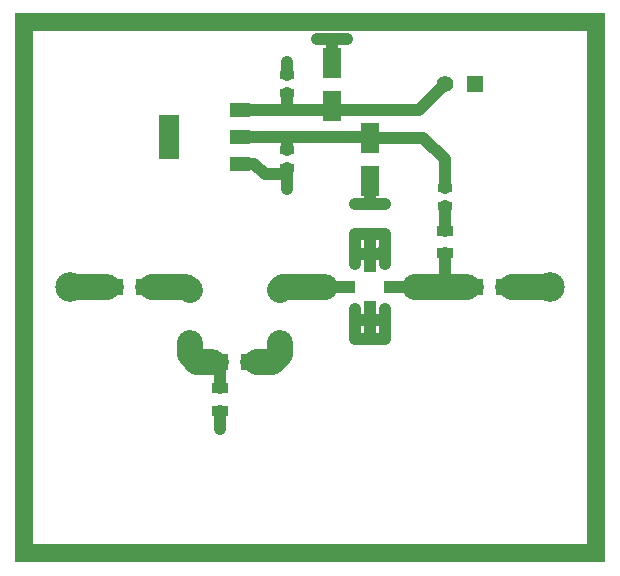
<source format=gtl>
G04 #@! TF.FileFunction,Copper,L1,Top,Signal*
%FSLAX46Y46*%
G04 Gerber Fmt 4.6, Leading zero omitted, Abs format (unit mm)*
G04 Created by KiCad (PCBNEW (2016-01-30 BZR 6528, Git 351752f)-product) date Thu 07 Jul 2016 01:24:39 AM CEST*
%MOMM*%
G01*
G04 APERTURE LIST*
%ADD10C,0.100000*%
%ADD11R,1.600200X2.600960*%
%ADD12R,1.143000X0.635000*%
%ADD13R,1.000000X1.200000*%
%ADD14R,1.397000X0.889000*%
%ADD15R,0.889000X1.397000*%
%ADD16R,1.800860X1.300480*%
%ADD17R,1.800860X3.799840*%
%ADD18C,2.500000*%
%ADD19R,1.397000X1.397000*%
%ADD20C,1.397000*%
%ADD21R,1.500000X1.500000*%
%ADD22R,2.000000X1.500000*%
%ADD23R,2.000000X1.100000*%
%ADD24R,1.100000X2.000000*%
%ADD25C,0.600000*%
%ADD26C,1.000000*%
%ADD27C,2.180000*%
%ADD28C,0.500000*%
%ADD29C,0.250000*%
G04 APERTURE END LIST*
D10*
D11*
X142875000Y-91335860D03*
X142875000Y-87734140D03*
D12*
X139065000Y-90297000D03*
X139065000Y-88773000D03*
D13*
X130810000Y-106970000D03*
X130810000Y-111470000D03*
D14*
X133350000Y-115252500D03*
X133350000Y-117157500D03*
D12*
X139065000Y-95123000D03*
X139065000Y-96647000D03*
D11*
X146050000Y-94084140D03*
X146050000Y-97685860D03*
D13*
X138430000Y-111470000D03*
X138430000Y-106970000D03*
D15*
X157162500Y-106680000D03*
X155257500Y-106680000D03*
X124777500Y-106680000D03*
X126682500Y-106680000D03*
X133667500Y-113030000D03*
X135572500Y-113030000D03*
D14*
X152400000Y-101917500D03*
X152400000Y-103822500D03*
D12*
X152400000Y-98298000D03*
X152400000Y-99822000D03*
D16*
X135079740Y-96281240D03*
X135079740Y-93980000D03*
X135079740Y-91678760D03*
D17*
X129080260Y-93980000D03*
D18*
X120650000Y-106680000D03*
X161290000Y-106680000D03*
D19*
X154940000Y-89535000D03*
D20*
X152400000Y-89535000D03*
D21*
X163750000Y-84250000D03*
X162250000Y-84250000D03*
X160750000Y-84250000D03*
X159250000Y-84250000D03*
X157750000Y-84250000D03*
X156250000Y-84250000D03*
X154750000Y-84250000D03*
X153250000Y-84250000D03*
X151750000Y-84250000D03*
X150250000Y-84250000D03*
X148750000Y-84250000D03*
X147250000Y-84250000D03*
X145750000Y-84250000D03*
X144250000Y-84250000D03*
X142750000Y-84250000D03*
X118250000Y-84250000D03*
X119750000Y-84250000D03*
X121250000Y-84250000D03*
X122750000Y-84250000D03*
X124250000Y-84250000D03*
X125750000Y-84250000D03*
X127250000Y-84250000D03*
X128750000Y-84250000D03*
X130250000Y-84250000D03*
X131750000Y-84250000D03*
X133250000Y-84250000D03*
X134750000Y-84250000D03*
X136250000Y-84250000D03*
X137750000Y-84250000D03*
X139250000Y-84250000D03*
D22*
X141000000Y-84250000D03*
D21*
X165250000Y-129250000D03*
X165250000Y-127750000D03*
X165250000Y-126250000D03*
X165250000Y-124750000D03*
X165250000Y-123250000D03*
X165250000Y-121750000D03*
X165250000Y-120250000D03*
X165250000Y-118750000D03*
X165250000Y-117250000D03*
X165250000Y-115750000D03*
X165250000Y-114250000D03*
X165250000Y-112750000D03*
X165250000Y-111250000D03*
X165250000Y-109750000D03*
X165250000Y-108250000D03*
X165250000Y-106750000D03*
X165250000Y-105250000D03*
X165250000Y-103750000D03*
X165250000Y-102250000D03*
X165250000Y-100750000D03*
X165250000Y-99250000D03*
X165250000Y-97750000D03*
X165250000Y-96250000D03*
X165250000Y-94750000D03*
X165250000Y-93250000D03*
X165250000Y-91750000D03*
X165250000Y-90250000D03*
X165250000Y-88750000D03*
X165250000Y-87250000D03*
X165250000Y-85750000D03*
X165250000Y-84250000D03*
X116750000Y-84250000D03*
X116750000Y-85750000D03*
X116750000Y-87250000D03*
X116750000Y-88750000D03*
X116750000Y-90250000D03*
X116750000Y-91750000D03*
X116750000Y-93250000D03*
X116750000Y-94750000D03*
X116750000Y-96250000D03*
X116750000Y-97750000D03*
X116750000Y-99250000D03*
X116750000Y-100750000D03*
X116750000Y-102250000D03*
X116750000Y-103750000D03*
X116750000Y-105250000D03*
X116750000Y-106750000D03*
X116750000Y-108250000D03*
X116750000Y-109750000D03*
X116750000Y-111250000D03*
X116750000Y-112750000D03*
X116750000Y-114250000D03*
X116750000Y-115750000D03*
X116750000Y-117250000D03*
X116750000Y-118750000D03*
X116750000Y-120250000D03*
X116750000Y-121750000D03*
X116750000Y-123250000D03*
X116750000Y-124750000D03*
X116750000Y-126250000D03*
X116750000Y-127750000D03*
X116750000Y-129250000D03*
D22*
X141000000Y-129250000D03*
D21*
X139250000Y-129250000D03*
X137750000Y-129250000D03*
X136250000Y-129250000D03*
X134750000Y-129250000D03*
X133250000Y-129250000D03*
X131750000Y-129250000D03*
X130250000Y-129250000D03*
X128750000Y-129250000D03*
X127250000Y-129250000D03*
X125750000Y-129250000D03*
X124250000Y-129250000D03*
X122750000Y-129250000D03*
X121250000Y-129250000D03*
X119750000Y-129250000D03*
X118250000Y-129250000D03*
X142750000Y-129250000D03*
X144250000Y-129250000D03*
X145750000Y-129250000D03*
X147250000Y-129250000D03*
X148750000Y-129250000D03*
X150250000Y-129250000D03*
X151750000Y-129250000D03*
X153250000Y-129250000D03*
X154750000Y-129250000D03*
X156250000Y-129250000D03*
X157750000Y-129250000D03*
X159250000Y-129250000D03*
X160750000Y-129250000D03*
X162250000Y-129250000D03*
X163750000Y-129250000D03*
D23*
X143800000Y-106680000D03*
X148300000Y-106680000D03*
D24*
X146050000Y-108930000D03*
X146050000Y-104430000D03*
D25*
X146050000Y-111125000D03*
X147320000Y-104775000D03*
X144780000Y-104775000D03*
X144780000Y-103505000D03*
X144780000Y-102235000D03*
X146050000Y-102235000D03*
X147320000Y-103505000D03*
X144780000Y-108585000D03*
X144780000Y-109855000D03*
X144780000Y-111125000D03*
X147320000Y-108585000D03*
X147320000Y-109855000D03*
X147320000Y-111125000D03*
X147320000Y-102235000D03*
X133350000Y-118745000D03*
X141605000Y-85725000D03*
X144145000Y-85725000D03*
X147320000Y-99695000D03*
X144780000Y-99695000D03*
X142875000Y-85725000D03*
X146050000Y-99695000D03*
X139065000Y-98425000D03*
X139065000Y-87630000D03*
D26*
X146050000Y-108930000D02*
X146050000Y-111125000D01*
X147320000Y-103505000D02*
X147320000Y-104775000D01*
X144780000Y-104775000D02*
X144780000Y-103505000D01*
X146050000Y-102235000D02*
X144780000Y-102235000D01*
X144780000Y-102235000D02*
X144780000Y-103505000D01*
X145161000Y-103886000D02*
X144780000Y-103505000D01*
X146050000Y-103886000D02*
X145161000Y-103886000D01*
X146050000Y-104430000D02*
X146050000Y-102235000D01*
X146050000Y-103886000D02*
X146939000Y-103886000D01*
X146939000Y-103886000D02*
X147320000Y-103505000D01*
X146050000Y-109474000D02*
X145161000Y-109474000D01*
X145161000Y-109474000D02*
X144780000Y-109855000D01*
X144780000Y-109855000D02*
X144780000Y-108585000D01*
X144780000Y-111125000D02*
X144780000Y-109855000D01*
X146050000Y-111125000D02*
X144780000Y-111125000D01*
X146050000Y-109474000D02*
X146939000Y-109474000D01*
X146939000Y-109474000D02*
X147320000Y-109855000D01*
X147320000Y-109855000D02*
X147320000Y-108585000D01*
X147320000Y-111125000D02*
X147320000Y-109855000D01*
X146050000Y-111125000D02*
X147320000Y-111125000D01*
X146050000Y-109474000D02*
X146050000Y-111125000D01*
X147320000Y-102235000D02*
X147320000Y-103505000D01*
X146050000Y-102235000D02*
X147320000Y-102235000D01*
X146050000Y-103886000D02*
X146050000Y-102235000D01*
X133350000Y-117157500D02*
X133350000Y-118745000D01*
X142875000Y-85725000D02*
X141605000Y-85725000D01*
X142875000Y-85725000D02*
X144145000Y-85725000D01*
X146050000Y-99695000D02*
X147320000Y-99695000D01*
X146050000Y-99695000D02*
X144780000Y-99695000D01*
X142875000Y-87734140D02*
X142875000Y-85725000D01*
X146050000Y-97685860D02*
X146050000Y-99695000D01*
X139065000Y-97155000D02*
X137160000Y-97155000D01*
X137160000Y-97155000D02*
X136286240Y-96281240D01*
X136286240Y-96281240D02*
X135079740Y-96281240D01*
X139065000Y-96647000D02*
X139065000Y-97155000D01*
X139065000Y-97155000D02*
X139065000Y-98425000D01*
X139065000Y-88773000D02*
X139065000Y-87630000D01*
D27*
X127635000Y-106680000D02*
X130520000Y-106680000D01*
D26*
X126682500Y-106680000D02*
X127635000Y-106680000D01*
D27*
X130520000Y-106680000D02*
X130810000Y-106970000D01*
D28*
X130520000Y-106680000D02*
X130810000Y-106970000D01*
D29*
X130520000Y-106680000D02*
X130810000Y-106970000D01*
D26*
X133350000Y-115252500D02*
X133350000Y-113347500D01*
X133350000Y-113347500D02*
X133667500Y-113030000D01*
X133667500Y-113030000D02*
X132715000Y-113030000D01*
D27*
X130810000Y-112395000D02*
X131445000Y-113030000D01*
X131445000Y-113030000D02*
X132715000Y-113030000D01*
X130810000Y-112395000D02*
X130810000Y-111470000D01*
D28*
X131100000Y-111760000D02*
X130810000Y-111470000D01*
D29*
X131100000Y-111760000D02*
X130810000Y-111470000D01*
D26*
X146050000Y-94084140D02*
X150599140Y-94084140D01*
X150599140Y-94084140D02*
X152400000Y-95885000D01*
X152400000Y-95885000D02*
X152400000Y-98298000D01*
X139065000Y-93980000D02*
X145945860Y-93980000D01*
X145945860Y-93980000D02*
X146050000Y-94084140D01*
X139065000Y-93980000D02*
X139065000Y-95123000D01*
X135079740Y-93980000D02*
X139065000Y-93980000D01*
X135572500Y-113030000D02*
X136525000Y-113030000D01*
D27*
X138430000Y-112395000D02*
X137795000Y-113030000D01*
X137795000Y-113030000D02*
X136525000Y-113030000D01*
X138430000Y-112395000D02*
X138430000Y-111470000D01*
X142240000Y-106680000D02*
X138720000Y-106680000D01*
X138720000Y-106680000D02*
X138430000Y-106970000D01*
D26*
X143256000Y-106680000D02*
X142240000Y-106680000D01*
D29*
X138720000Y-106680000D02*
X138430000Y-106970000D01*
D27*
X158115000Y-106680000D02*
X161290000Y-106680000D01*
D26*
X157162500Y-106680000D02*
X158115000Y-106680000D01*
X148844000Y-106680000D02*
X149860000Y-106680000D01*
X152400000Y-103822500D02*
X152400000Y-106680000D01*
X152400000Y-106680000D02*
X152400000Y-107315000D01*
X152400000Y-107315000D02*
X152400000Y-106680000D01*
D27*
X149860000Y-106680000D02*
X152400000Y-106680000D01*
X152400000Y-106680000D02*
X154305000Y-106680000D01*
D26*
X155257500Y-106680000D02*
X154940000Y-106680000D01*
D27*
X123825000Y-106680000D02*
X120650000Y-106680000D01*
D26*
X124777500Y-106680000D02*
X123825000Y-106680000D01*
X152400000Y-101917500D02*
X152400000Y-99822000D01*
X140970000Y-91678760D02*
X150256240Y-91678760D01*
X150256240Y-91678760D02*
X152400000Y-89535000D01*
X139065000Y-90297000D02*
X139065000Y-91678760D01*
X139065000Y-91678760D02*
X139065000Y-91440000D01*
X139065000Y-91440000D02*
X139065000Y-91678760D01*
X135079740Y-91678760D02*
X139065000Y-91678760D01*
X139065000Y-91678760D02*
X140970000Y-91678760D01*
X140970000Y-91678760D02*
X142532100Y-91678760D01*
X142532100Y-91678760D02*
X142875000Y-91335860D01*
M02*

</source>
